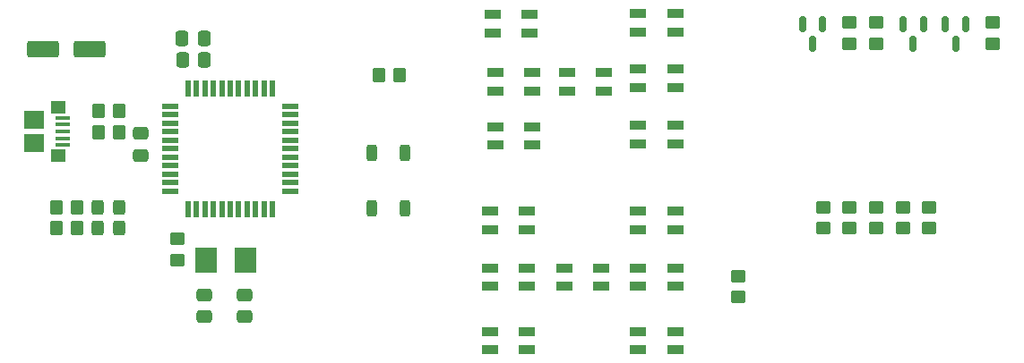
<source format=gtp>
G04 #@! TF.GenerationSoftware,KiCad,Pcbnew,8.0.4*
G04 #@! TF.CreationDate,2024-10-24T23:45:57-04:00*
G04 #@! TF.ProjectId,starter_board,73746172-7465-4725-9f62-6f6172642e6b,rev?*
G04 #@! TF.SameCoordinates,Original*
G04 #@! TF.FileFunction,Paste,Top*
G04 #@! TF.FilePolarity,Positive*
%FSLAX46Y46*%
G04 Gerber Fmt 4.6, Leading zero omitted, Abs format (unit mm)*
G04 Created by KiCad (PCBNEW 8.0.4) date 2024-10-24 23:45:57*
%MOMM*%
%LPD*%
G01*
G04 APERTURE LIST*
G04 Aperture macros list*
%AMRoundRect*
0 Rectangle with rounded corners*
0 $1 Rounding radius*
0 $2 $3 $4 $5 $6 $7 $8 $9 X,Y pos of 4 corners*
0 Add a 4 corners polygon primitive as box body*
4,1,4,$2,$3,$4,$5,$6,$7,$8,$9,$2,$3,0*
0 Add four circle primitives for the rounded corners*
1,1,$1+$1,$2,$3*
1,1,$1+$1,$4,$5*
1,1,$1+$1,$6,$7*
1,1,$1+$1,$8,$9*
0 Add four rect primitives between the rounded corners*
20,1,$1+$1,$2,$3,$4,$5,0*
20,1,$1+$1,$4,$5,$6,$7,0*
20,1,$1+$1,$6,$7,$8,$9,0*
20,1,$1+$1,$8,$9,$2,$3,0*%
G04 Aperture macros list end*
%ADD10RoundRect,0.250000X-0.450000X0.350000X-0.450000X-0.350000X0.450000X-0.350000X0.450000X0.350000X0*%
%ADD11R,1.600000X0.850000*%
%ADD12RoundRect,0.250000X0.350000X0.450000X-0.350000X0.450000X-0.350000X-0.450000X0.350000X-0.450000X0*%
%ADD13RoundRect,0.250000X0.250000X-0.525000X0.250000X0.525000X-0.250000X0.525000X-0.250000X-0.525000X0*%
%ADD14RoundRect,0.250000X-0.475000X0.337500X-0.475000X-0.337500X0.475000X-0.337500X0.475000X0.337500X0*%
%ADD15R,2.000000X2.400000*%
%ADD16RoundRect,0.150000X-0.150000X0.587500X-0.150000X-0.587500X0.150000X-0.587500X0.150000X0.587500X0*%
%ADD17RoundRect,0.250000X0.450000X-0.350000X0.450000X0.350000X-0.450000X0.350000X-0.450000X-0.350000X0*%
%ADD18RoundRect,0.250000X-0.337500X-0.475000X0.337500X-0.475000X0.337500X0.475000X-0.337500X0.475000X0*%
%ADD19RoundRect,0.250000X0.337500X0.475000X-0.337500X0.475000X-0.337500X-0.475000X0.337500X-0.475000X0*%
%ADD20R,1.400000X0.400000*%
%ADD21R,1.450000X1.150000*%
%ADD22R,1.900000X1.750000*%
%ADD23RoundRect,0.250000X0.325000X0.450000X-0.325000X0.450000X-0.325000X-0.450000X0.325000X-0.450000X0*%
%ADD24RoundRect,0.250000X-0.350000X-0.450000X0.350000X-0.450000X0.350000X0.450000X-0.350000X0.450000X0*%
%ADD25RoundRect,0.250000X1.250000X0.550000X-1.250000X0.550000X-1.250000X-0.550000X1.250000X-0.550000X0*%
%ADD26R,1.500000X0.550000*%
%ADD27R,0.550000X1.500000*%
G04 APERTURE END LIST*
D10*
X129006000Y-132292000D03*
X129006000Y-130292000D03*
D11*
X110006000Y-131167000D03*
X110006000Y-129417000D03*
X106506000Y-129417000D03*
X106506000Y-131167000D03*
D12*
X51506000Y-147792000D03*
X53506000Y-147792000D03*
X55506000Y-140692000D03*
X57506000Y-140692000D03*
D13*
X84506000Y-142667000D03*
X84506000Y-147917000D03*
X81306000Y-142667000D03*
X81306000Y-147917000D03*
D10*
X126506000Y-132292000D03*
X126506000Y-130292000D03*
D11*
X96006000Y-155292000D03*
X96006000Y-153542000D03*
X92506000Y-153542000D03*
X92506000Y-155292000D03*
D14*
X69342000Y-156061500D03*
X69342000Y-158136500D03*
D11*
X110006000Y-141792000D03*
X110006000Y-140042000D03*
X106506000Y-140042000D03*
X106506000Y-141792000D03*
X110006000Y-161292000D03*
X110006000Y-159542000D03*
X106506000Y-159542000D03*
X106506000Y-161292000D03*
X96006000Y-149917000D03*
X96006000Y-148167000D03*
X92506000Y-148167000D03*
X92506000Y-149917000D03*
D15*
X69414000Y-152781000D03*
X65714000Y-152781000D03*
D11*
X96006000Y-161292000D03*
X96006000Y-159542000D03*
X92506000Y-159542000D03*
X92506000Y-161292000D03*
D16*
X132506000Y-132292000D03*
X131556000Y-130417000D03*
X133456000Y-130417000D03*
D17*
X116006000Y-154292000D03*
X116006000Y-156292000D03*
X134006000Y-147792000D03*
X134006000Y-149792000D03*
D14*
X59506000Y-140792000D03*
X59506000Y-142867000D03*
D11*
X103006000Y-155292000D03*
X103006000Y-153542000D03*
X99506000Y-153542000D03*
X99506000Y-155292000D03*
D18*
X65543500Y-133792000D03*
X63468500Y-133792000D03*
D17*
X124006000Y-147792000D03*
X124006000Y-149792000D03*
D16*
X136506000Y-132292000D03*
X135556000Y-130417000D03*
X137456000Y-130417000D03*
D14*
X65532000Y-156061500D03*
X65532000Y-158136500D03*
D19*
X65506000Y-131792000D03*
X63431000Y-131792000D03*
D20*
X52109000Y-139307000D03*
X52109000Y-139957000D03*
X52109000Y-140607000D03*
X52109000Y-141257000D03*
X52109000Y-141907000D03*
D21*
X51689000Y-138287000D03*
D22*
X49459000Y-139482000D03*
X49459000Y-141732000D03*
D21*
X51689000Y-142927000D03*
D11*
X110006000Y-136417000D03*
X110006000Y-134667000D03*
X106506000Y-134667000D03*
X106506000Y-136417000D03*
D23*
X55456000Y-149792000D03*
X57506000Y-149792000D03*
D17*
X63006000Y-150792000D03*
X63006000Y-152792000D03*
D11*
X96256000Y-131292000D03*
X96256000Y-129542000D03*
X92756000Y-129542000D03*
X92756000Y-131292000D03*
D23*
X55456000Y-147792000D03*
X57506000Y-147792000D03*
D17*
X129006000Y-147792000D03*
X129006000Y-149792000D03*
D11*
X96506000Y-136792000D03*
X96506000Y-135042000D03*
X93006000Y-135042000D03*
X93006000Y-136792000D03*
D17*
X131506000Y-147792000D03*
X131506000Y-149792000D03*
D11*
X96506000Y-141917000D03*
X96506000Y-140167000D03*
X93006000Y-140167000D03*
X93006000Y-141917000D03*
D24*
X84006000Y-135292000D03*
X82006000Y-135292000D03*
D12*
X55506000Y-138692000D03*
X57506000Y-138692000D03*
D10*
X140006000Y-132292000D03*
X140006000Y-130292000D03*
D12*
X51506000Y-149792000D03*
X53506000Y-149792000D03*
D17*
X126506000Y-147792000D03*
X126506000Y-149792000D03*
D11*
X110006000Y-155292000D03*
X110006000Y-153542000D03*
X106506000Y-153542000D03*
X106506000Y-155292000D03*
X110006000Y-149917000D03*
X110006000Y-148167000D03*
X106506000Y-148167000D03*
X106506000Y-149917000D03*
D25*
X50306000Y-132792000D03*
X54706000Y-132792000D03*
D16*
X123006000Y-132292000D03*
X122056000Y-130417000D03*
X123956000Y-130417000D03*
D26*
X62260000Y-138240000D03*
X62260000Y-139040000D03*
X62260000Y-139840000D03*
X62260000Y-140640000D03*
X62260000Y-141440000D03*
X62260000Y-142240000D03*
X62260000Y-143040000D03*
X62260000Y-143840000D03*
X62260000Y-144640000D03*
X62260000Y-145440000D03*
X62260000Y-146240000D03*
D27*
X63960000Y-147940000D03*
X64760000Y-147940000D03*
X65560000Y-147940000D03*
X66360000Y-147940000D03*
X67160000Y-147940000D03*
X67960000Y-147940000D03*
X68760000Y-147940000D03*
X69560000Y-147940000D03*
X70360000Y-147940000D03*
X71160000Y-147940000D03*
X71960000Y-147940000D03*
D26*
X73660000Y-146240000D03*
X73660000Y-145440000D03*
X73660000Y-144640000D03*
X73660000Y-143840000D03*
X73660000Y-143040000D03*
X73660000Y-142240000D03*
X73660000Y-141440000D03*
X73660000Y-140640000D03*
X73660000Y-139840000D03*
X73660000Y-139040000D03*
X73660000Y-138240000D03*
D27*
X71960000Y-136540000D03*
X71160000Y-136540000D03*
X70360000Y-136540000D03*
X69560000Y-136540000D03*
X68760000Y-136540000D03*
X67960000Y-136540000D03*
X67160000Y-136540000D03*
X66360000Y-136540000D03*
X65560000Y-136540000D03*
X64760000Y-136540000D03*
X63960000Y-136540000D03*
D11*
X103256000Y-136792000D03*
X103256000Y-135042000D03*
X99756000Y-135042000D03*
X99756000Y-136792000D03*
M02*

</source>
